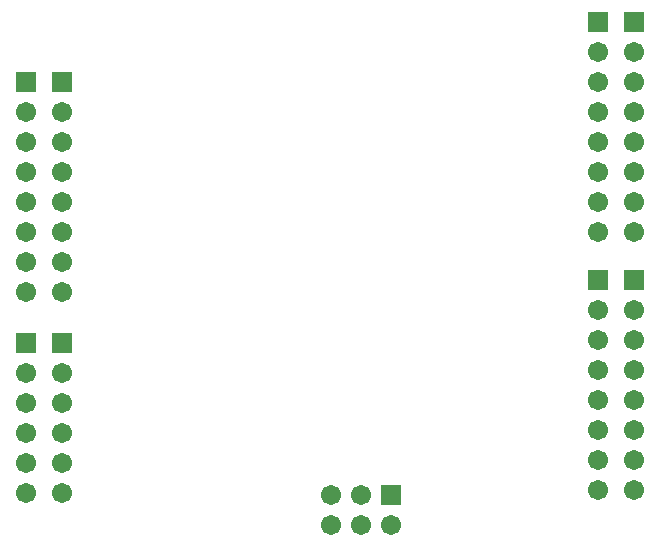
<source format=gbs>
G04 CAM350/DFMSTREAM V11.0 (Build 715) Date:  Thu Jan 31 17:35:09 2019 *
G04 Database: (Untitled) *
G04 Layer 6: pcb3-1 *
%FSTAX43Y43*%
%MOMM*%
%SFA1.000B1.000*%

%MIA0B0*%
%IPPOS*%
%ADD17R,1.70300X1.70300*%
%ADD18C,1.70300*%
%LNpcb3-1*%
%LPD*%
G54D17*
X0135811Y0062403D03*
X0087401Y0057107D03*
Y0079201D03*
X0135811Y0084247D03*
X0084353Y0079201D03*
X0132763Y0084247D03*
X0084353Y0057107D03*
X0132763Y0062403D03*
X0115249Y0044249D03*
G54D18*
X0135811Y0059863D03*
Y0057323D03*
Y0054783D03*
Y0052243D03*
Y0049703D03*
Y0047163D03*
Y0044623D03*
X0087401Y0054567D03*
Y0052027D03*
Y0049487D03*
Y0046947D03*
Y0044407D03*
Y0076661D03*
Y0074121D03*
Y0071581D03*
Y0069041D03*
Y0066501D03*
Y0063961D03*
Y0061421D03*
X0135811Y0081707D03*
Y0079167D03*
Y0076627D03*
Y0074087D03*
Y0071547D03*
Y0069007D03*
Y0066467D03*
X0084353Y0076661D03*
Y0074121D03*
Y0071581D03*
Y0069041D03*
Y0066501D03*
Y0063961D03*
Y0061421D03*
X0132763Y0081707D03*
Y0079167D03*
Y0076627D03*
Y0074087D03*
Y0071547D03*
Y0069007D03*
Y0066467D03*
X0084353Y0054567D03*
Y0052027D03*
Y0049487D03*
Y0046947D03*
Y0044407D03*
X0132763Y0059863D03*
Y0057323D03*
Y0054783D03*
Y0052243D03*
Y0049703D03*
Y0047163D03*
Y0044623D03*
X0115249Y0041709D03*
X0112709Y0044249D03*
Y0041709D03*
X0110169Y0044249D03*
Y0041709D03*
M02*

</source>
